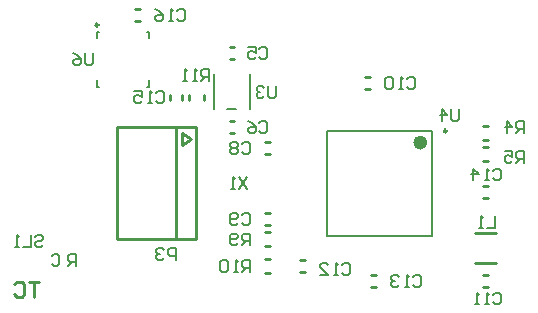
<source format=gbr>
%TF.GenerationSoftware,Altium Limited,Altium Designer,18.1.9 (240)*%
G04 Layer_Color=32896*
%FSLAX26Y26*%
%MOIN*%
%TF.FileFunction,Legend,Bot*%
%TF.Part,Single*%
G01*
G75*
%TA.AperFunction,NonConductor*%
%ADD44C,0.009842*%
%ADD45C,0.023622*%
%ADD46C,0.010000*%
%ADD47C,0.007874*%
D44*
X1484252Y804134D02*
G03*
X1484252Y804134I-4921J0D01*
G01*
X322835Y1157480D02*
G03*
X322835Y1157480I-4921J0D01*
G01*
D45*
X1407480Y765748D02*
G03*
X1407480Y765748I-11811J0D01*
G01*
D46*
X600394Y757874D02*
X629921Y777559D01*
X600394Y757874D02*
Y797244D01*
X629921Y777559D01*
X580709Y442913D02*
Y816929D01*
X383858D02*
X649606D01*
Y442913D02*
Y816929D01*
X383858Y442913D02*
X649606D01*
X383858D02*
Y816929D01*
X759842Y836614D02*
X775591D01*
X759842Y797244D02*
X775591D01*
X759842Y1043307D02*
X775591D01*
X759842Y1082677D02*
X775591D01*
X1578740Y462599D02*
X1649606D01*
X1578740Y364173D02*
X1649606D01*
X1232284Y285433D02*
X1248032D01*
X1232284Y324803D02*
X1248032D01*
X444810Y1210630D02*
X460558D01*
X444810Y1171260D02*
X460558D01*
X1606299Y773622D02*
X1622047D01*
X1606299Y820866D02*
X1622047D01*
X1606299Y751968D02*
X1622047D01*
X1606299Y704725D02*
X1622047D01*
X877953Y330709D02*
X893701D01*
X877953Y377953D02*
X893701D01*
X877953Y419291D02*
X893701D01*
X877953Y466535D02*
X893701D01*
X996063Y374016D02*
X1011811D01*
X996063Y334646D02*
X1011811D01*
X1606299Y580709D02*
X1622047D01*
X1606299Y620079D02*
X1622047D01*
X1606299Y285433D02*
X1622047D01*
X1606299Y324803D02*
X1622047D01*
X561024Y907480D02*
Y923228D01*
X600394Y907480D02*
Y923228D01*
X673228Y907480D02*
Y923228D01*
X625984Y907480D02*
Y923228D01*
X877952Y728347D02*
X893700D01*
X877952Y767717D02*
X893700D01*
X877952Y492126D02*
X893700D01*
X877952Y531496D02*
X893700D01*
X1212598Y984252D02*
X1228346D01*
X1212598Y944882D02*
X1228346D01*
X125780Y301590D02*
X92457D01*
X109119D01*
Y251606D01*
X42474Y293259D02*
X50804Y301590D01*
X67466D01*
X75796Y293259D01*
Y259937D01*
X67466Y251606D01*
X50804D01*
X42474Y259937D01*
D47*
X707742Y875990D02*
Y994100D01*
X752979Y875991D02*
X782978Y875990D01*
X827742D02*
Y994100D01*
X1435039Y454724D02*
Y805118D01*
X1084646Y454724D02*
Y805118D01*
X1435039D01*
X1084646Y454724D02*
X1435039D01*
X483268Y1135827D02*
X490157D01*
Y1113189D02*
Y1135827D01*
X316929Y1113189D02*
Y1135827D01*
X323819D01*
X483268Y950788D02*
X490157D01*
Y973425D01*
X316929Y950788D02*
X323819D01*
X316929D02*
Y973425D01*
X166623Y387128D02*
X173182Y393688D01*
X186301D01*
X192861Y387128D01*
Y360890D01*
X186301Y354331D01*
X173182D01*
X166623Y360890D01*
X247545Y354331D02*
Y393688D01*
X227867D01*
X221307Y387128D01*
Y374009D01*
X227867Y367450D01*
X247545D01*
X234426D02*
X221307Y354331D01*
X1525591Y875972D02*
Y843174D01*
X1519031Y836614D01*
X1505912D01*
X1499352Y843174D01*
Y875972D01*
X1466554Y836614D02*
Y875972D01*
X1486233Y856293D01*
X1459995D01*
X816929Y649594D02*
X790691Y610236D01*
Y649594D02*
X816929Y610236D01*
X777571D02*
X764452D01*
X771012D01*
Y649594D01*
X777571Y643034D01*
X305118Y1062979D02*
Y1030182D01*
X298558Y1023622D01*
X285439D01*
X278880Y1030182D01*
Y1062979D01*
X239523D02*
X252642Y1056420D01*
X265761Y1043301D01*
Y1030182D01*
X259201Y1023622D01*
X246082D01*
X239523Y1030182D01*
Y1036741D01*
X246082Y1043301D01*
X265761D01*
X915354Y954712D02*
Y921914D01*
X908795Y915354D01*
X895676D01*
X889116Y921914D01*
Y954712D01*
X875997Y948152D02*
X869437Y954712D01*
X856318D01*
X849759Y948152D01*
Y941592D01*
X856318Y935033D01*
X862878D01*
X856318D01*
X849759Y928473D01*
Y921914D01*
X856318Y915354D01*
X869437D01*
X875997Y921914D01*
X111557Y450889D02*
X118117Y457449D01*
X131236D01*
X137795Y450889D01*
Y444329D01*
X131236Y437770D01*
X118117D01*
X111557Y431210D01*
Y424651D01*
X118117Y418091D01*
X131236D01*
X137795Y424651D01*
X98438Y457449D02*
Y418091D01*
X72200D01*
X59080D02*
X45961D01*
X52521D01*
Y457449D01*
X59080Y450889D01*
X690544Y972452D02*
Y1011810D01*
X670865D01*
X664306Y1005250D01*
Y992131D01*
X670865Y985571D01*
X690544D01*
X677425D02*
X664306Y972452D01*
X651187D02*
X638068D01*
X644627D01*
Y1011810D01*
X651187Y1005250D01*
X618389Y972452D02*
X605270D01*
X611829D01*
Y1011810D01*
X618389Y1005250D01*
X826772Y334646D02*
Y374003D01*
X807093D01*
X800534Y367443D01*
Y354324D01*
X807093Y347765D01*
X826772D01*
X813653D02*
X800534Y334646D01*
X787414D02*
X774295D01*
X780855D01*
Y374003D01*
X787414Y367443D01*
X754616D02*
X748057Y374003D01*
X734938D01*
X728378Y367443D01*
Y341205D01*
X734938Y334646D01*
X748057D01*
X754616Y341205D01*
Y367443D01*
X826772Y423228D02*
Y462586D01*
X807093D01*
X800534Y456026D01*
Y442907D01*
X807093Y436347D01*
X826772D01*
X813653D02*
X800534Y423228D01*
X787414Y429788D02*
X780855Y423228D01*
X767736D01*
X761176Y429788D01*
Y456026D01*
X767736Y462586D01*
X780855D01*
X787414Y456026D01*
Y449466D01*
X780855Y442907D01*
X761176D01*
X1742126Y698819D02*
Y738176D01*
X1722447D01*
X1715888Y731617D01*
Y718498D01*
X1722447Y711938D01*
X1742126D01*
X1729007D02*
X1715888Y698819D01*
X1676530Y738176D02*
X1702769D01*
Y718498D01*
X1689649Y725057D01*
X1683090D01*
X1676530Y718498D01*
Y705379D01*
X1683090Y698819D01*
X1696209D01*
X1702769Y705379D01*
X1742126Y797244D02*
Y836601D01*
X1722447D01*
X1715888Y830042D01*
Y816923D01*
X1722447Y810363D01*
X1742126D01*
X1729007D02*
X1715888Y797244D01*
X1683090D02*
Y836601D01*
X1702769Y816923D01*
X1676530D01*
X580709Y374016D02*
Y413373D01*
X561030D01*
X554471Y406814D01*
Y393695D01*
X561030Y387135D01*
X580709D01*
X541351Y406814D02*
X534792Y413373D01*
X521673D01*
X515113Y406814D01*
Y400254D01*
X521673Y393695D01*
X528232D01*
X521673D01*
X515113Y387135D01*
Y380575D01*
X521673Y374016D01*
X534792D01*
X541351Y380575D01*
X1643701Y521641D02*
Y482284D01*
X1617463D01*
X1604343D02*
X1591224D01*
X1597784D01*
Y521641D01*
X1604343Y515081D01*
X583926Y1204058D02*
X590486Y1210617D01*
X603605D01*
X610164Y1204058D01*
Y1177820D01*
X603605Y1171260D01*
X590486D01*
X583926Y1177820D01*
X570807Y1171260D02*
X557688D01*
X564247D01*
Y1210617D01*
X570807Y1204058D01*
X511771Y1210617D02*
X524890Y1204058D01*
X538009Y1190939D01*
Y1177820D01*
X531450Y1171260D01*
X518331D01*
X511771Y1177820D01*
Y1184379D01*
X518331Y1190939D01*
X538009D01*
X514826Y931239D02*
X521385Y937798D01*
X534505D01*
X541064Y931239D01*
Y905001D01*
X534505Y898441D01*
X521385D01*
X514826Y905001D01*
X501707Y898441D02*
X488588D01*
X495147D01*
Y937798D01*
X501707Y931239D01*
X442671Y937798D02*
X468909D01*
Y918120D01*
X455790Y924679D01*
X449230D01*
X442671Y918120D01*
Y905001D01*
X449230Y898441D01*
X462349D01*
X468909Y905001D01*
X1637148Y672562D02*
X1643707Y679121D01*
X1656826D01*
X1663386Y672562D01*
Y646323D01*
X1656826Y639764D01*
X1643707D01*
X1637148Y646323D01*
X1624028Y639764D02*
X1610909D01*
X1617469D01*
Y679121D01*
X1624028Y672562D01*
X1571552Y639764D02*
Y679121D01*
X1591231Y659442D01*
X1564992D01*
X1371400Y318231D02*
X1377959Y324791D01*
X1391078D01*
X1397638Y318231D01*
Y291993D01*
X1391078Y285433D01*
X1377959D01*
X1371400Y291993D01*
X1358280Y285433D02*
X1345161D01*
X1351721D01*
Y324791D01*
X1358280Y318231D01*
X1325483D02*
X1318923Y324791D01*
X1305804D01*
X1299244Y318231D01*
Y311671D01*
X1305804Y305112D01*
X1312363D01*
X1305804D01*
X1299244Y298552D01*
Y291993D01*
X1305804Y285433D01*
X1318923D01*
X1325483Y291993D01*
X1135179Y357601D02*
X1141739Y364161D01*
X1154858D01*
X1161417Y357601D01*
Y331363D01*
X1154858Y324803D01*
X1141739D01*
X1135179Y331363D01*
X1122060Y324803D02*
X1108941D01*
X1115500D01*
Y364161D01*
X1122060Y357601D01*
X1063024Y324803D02*
X1089262D01*
X1063024Y351041D01*
Y357601D01*
X1069583Y364161D01*
X1082703D01*
X1089262Y357601D01*
X1637148Y259176D02*
X1643707Y265735D01*
X1656826D01*
X1663386Y259176D01*
Y232938D01*
X1656826Y226378D01*
X1643707D01*
X1637148Y232938D01*
X1624028Y226378D02*
X1610909D01*
X1617469D01*
Y265735D01*
X1624028Y259176D01*
X1591231Y226378D02*
X1578111D01*
X1584671D01*
Y265735D01*
X1591231Y259176D01*
X1351715Y977680D02*
X1358274Y984239D01*
X1371393D01*
X1377953Y977680D01*
Y951442D01*
X1371393Y944882D01*
X1358274D01*
X1351715Y951442D01*
X1338595Y944882D02*
X1325476D01*
X1332036D01*
Y984239D01*
X1338595Y977680D01*
X1305798D02*
X1299238Y984239D01*
X1286119D01*
X1279559Y977680D01*
Y951442D01*
X1286119Y944882D01*
X1299238D01*
X1305798Y951442D01*
Y977680D01*
X800533Y524924D02*
X807093Y531484D01*
X820212D01*
X826771Y524924D01*
Y498686D01*
X820212Y492126D01*
X807093D01*
X800533Y498686D01*
X787414D02*
X780854Y492126D01*
X767735D01*
X761176Y498686D01*
Y524924D01*
X767735Y531484D01*
X780854D01*
X787414Y524924D01*
Y518364D01*
X780854Y511805D01*
X761176D01*
X800533Y761144D02*
X807093Y767704D01*
X820212D01*
X826771Y761144D01*
Y734906D01*
X820212Y728347D01*
X807093D01*
X800533Y734906D01*
X787414Y761144D02*
X780854Y767704D01*
X767735D01*
X761176Y761144D01*
Y754585D01*
X767735Y748025D01*
X761176Y741466D01*
Y734906D01*
X767735Y728347D01*
X780854D01*
X787414Y734906D01*
Y741466D01*
X780854Y748025D01*
X787414Y754585D01*
Y761144D01*
X780854Y748025D02*
X767735D01*
X859588Y830042D02*
X866148Y836601D01*
X879267D01*
X885827Y830042D01*
Y803804D01*
X879267Y797244D01*
X866148D01*
X859588Y803804D01*
X820231Y836601D02*
X833350Y830042D01*
X846469Y816923D01*
Y803804D01*
X839910Y797244D01*
X826791D01*
X820231Y803804D01*
Y810363D01*
X826791Y816923D01*
X846469D01*
X859589Y1076105D02*
X866148Y1082665D01*
X879267D01*
X885827Y1076105D01*
Y1049867D01*
X879267Y1043307D01*
X866148D01*
X859589Y1049867D01*
X820231Y1082665D02*
X846469D01*
Y1062986D01*
X833350Y1069545D01*
X826791D01*
X820231Y1062986D01*
Y1049867D01*
X826791Y1043307D01*
X839910D01*
X846469Y1049867D01*
%TF.MD5,3766ed08554c802454eb494a2116d07c*%
M02*

</source>
